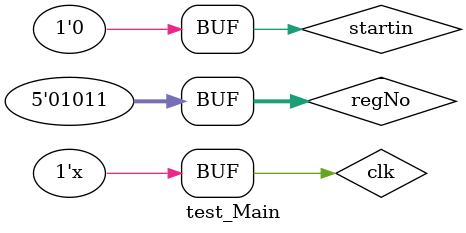
<source format=v>
`timescale 1ns / 1ps

module test_Main;
  reg clk;
  reg startin;
  reg [4:0] regNo;
  wire [31:0] val;

  Main u1 (
      .clk(clk),
      .startin(startin),
      .regNo(regNo),
      .val(val)
  );

  always #10 clk = ~clk;

  initial begin
    clk = 1;
    startin = 1;
    regNo = 5'd11;
    #20;
    startin = 0;
    $monitor("Control out: %b, ID_wb: %b, ID_m: %b, ID_ex: %b}", {
             u1.reg_write, u1.mem_to_reg, u1.mem_read, u1.mem_write, u1.alu_src, u1.alu_op,
             u1.reg_dst}, u1.ID_wb, u1.ID_m, u1.ID_ex);
    #10;
  end
endmodule

</source>
